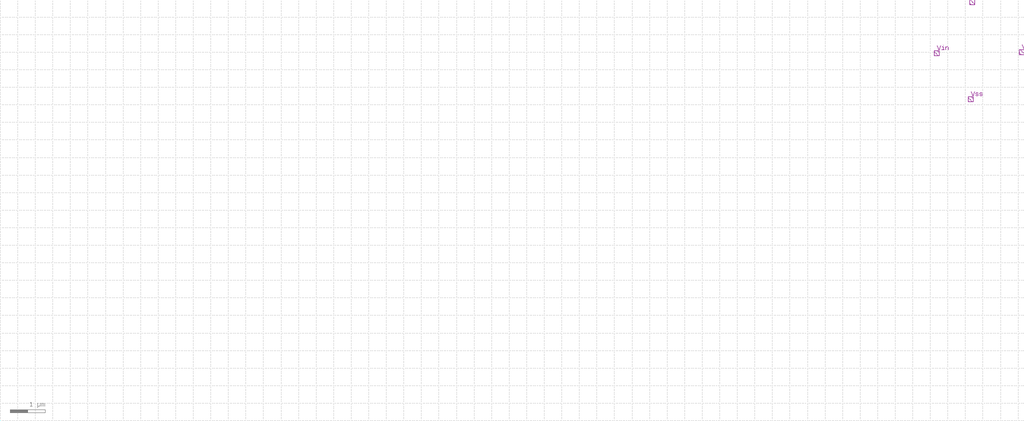
<source format=lef>
VERSION 5.8 ;
BUSBITCHARS "[]" ;
DIVIDERCHAR "/" ;

PROPERTYDEFINITIONS
  MACRO CatenaDesignType STRING ;
  MACRO lastSavedExtractCounter INTEGER ;
  LAYER LEF58_TYPE STRING ;
  LAYER LEF58_SPACING STRING ;
  LAYER LEF58_WIDTH STRING ;
END PROPERTYDEFINITIONS

UNITS
  TIME NANOSECONDS 1 ;
  CAPACITANCE PICOFARADS 1 ;
  RESISTANCE OHMS 1 ;
  DATABASE MICRONS 1000 ;
END UNITS
MANUFACTURINGGRID 0.005 ;
LAYER OVERLAP
  TYPE OVERLAP ;
END OVERLAP

LAYER dnwell
  TYPE MASTERSLICE ;
END dnwell

LAYER pwell
  TYPE MASTERSLICE ;
  PROPERTY LEF58_TYPE "TYPE PWELL ;" ;
END pwell

LAYER nwell
  TYPE MASTERSLICE ;
  PROPERTY LEF58_TYPE "TYPE NWELL ;" ;
  PROPERTY LEF58_SPACING "SPACING 1.27 ;" ;
  PROPERTY LEF58_WIDTH "WIDTH 0.84 ;" ;
END nwell

LAYER diff
  TYPE MASTERSLICE ;
  PROPERTY LEF58_TYPE "TYPE DIFFUSION ;" ;
  PROPERTY LEF58_SPACING "SPACING 0.27 ;" ;
  PROPERTY LEF58_WIDTH "WIDTH 0.15 ;" ;
END diff

LAYER tap
  TYPE MASTERSLICE ;
  PROPERTY LEF58_TYPE "TYPE DIFFUSION ;" ;
  PROPERTY LEF58_SPACING "SPACING 0.27 ;" ;
  PROPERTY LEF58_WIDTH "WIDTH 0.15 ;" ;
END tap

LAYER nsdm
  TYPE IMPLANT ;
  WIDTH 0.38 ;
  SPACING 0.38 ;
  AREA 0.265 ;
END nsdm

LAYER psdm
  TYPE IMPLANT ;
  WIDTH 0.38 ;
  SPACING 0.38 ;
  AREA 0.255 ;
END psdm

LAYER poly
  TYPE MASTERSLICE ;
END poly

LAYER npc
  TYPE CUT ;
  SPACING 0.27 ;
  WIDTH 0.27 ;
  ANTENNAMODEL OXIDE1 ;
END npc

LAYER licon1
  TYPE MASTERSLICE ;
  PROPERTY LEF58_TYPE "TYPE MEOL ;" ;
END licon1

LAYER li1
  TYPE ROUTING ;
  DIRECTION HORIZONTAL ;
  WIDTH 0.17 ;
  AREA 0.056 ;
  SPACING 0.17 ;
  SPACING 0.17 SAMENET ;
  RESISTANCE RPERSQ 12.2 ;
  CAPACITANCE CPERSQDIST 3.69e-05 ;
  THICKNESS 0.1 ;
  EDGECAPACITANCE 3.26e-06 ;
  ANTENNAMODEL OXIDE1 ;
    ANTENNASIDEAREARATIO 75 ;
    ANTENNADIFFSIDEAREARATIO PWL ( ( 0 75 ) ( 0.0125 75 ) ( 0.0225 85.125 ) ( 22.5 10200 ) ) ;
END li1

LAYER mcon
  TYPE CUT ;
  SPACING 0.19 ;
  WIDTH 0.17 ;
  ENCLOSURE BELOW 0 0 ;
  ENCLOSURE ABOVE 0.03 0.06 ;
  ANTENNAMODEL OXIDE1 ;
    ANTENNAAREARATIO 3 ;
    ANTENNADIFFAREARATIO PWL ( ( 0 3 ) ( 0.0125 3 ) ( 0.0225 3.405 ) ( 22.5 408 ) ) ;
  DCCURRENTDENSITY AVERAGE 0.36 ;
END mcon

LAYER met1
  TYPE ROUTING ;
  DIRECTION HORIZONTAL ;
  PITCH 0.28 0.28 ;
  WIDTH 0.14 ;
  OFFSET 0.14 0.14 ;
  AREA 0.083 ;
  SPACING 0.14 ;
  SPACING 0.28 RANGE 3.005 10000 ;
  SPACING 0.14 SAMENET ;
  SPACING 0.28 RANGE 3.005 10000 INFLUENCE 0.28 ;
  MAXWIDTH 4 ;
  MINENCLOSEDAREA 0.14 ;
  RESISTANCE RPERSQ 0.125 ;
  CAPACITANCE CPERSQDIST 2.58e-05 ;
  THICKNESS 0.35 ;
  EDGECAPACITANCE 1.79e-06 ;
  ANTENNAMODEL OXIDE1 ;
    ANTENNASIDEAREARATIO 400 ;
    ANTENNADIFFSIDEAREARATIO PWL ( ( 0 400 ) ( 0.0125 400 ) ( 0.0225 2609 ) ( 22.5 11600 ) ) ;
  ACCURRENTDENSITY RMS 6.1 ;
  DCCURRENTDENSITY AVERAGE 2.8 ;
END met1

LAYER via
  TYPE CUT ;
  SPACING 0.17 ;
  WIDTH 0.15 ;
  ENCLOSURE BELOW 0.055 0.085 ;
  ENCLOSURE ABOVE 0.055 0.085 ;
  ANTENNAMODEL OXIDE1 ;
    ANTENNAAREARATIO 6 ;
    ANTENNADIFFAREARATIO PWL ( ( 0 6 ) ( 0.0125 6 ) ( 0.0225 6.81 ) ( 22.5 816 ) ) ;
  DCCURRENTDENSITY AVERAGE 0.29 ;
END via

LAYER met2
  TYPE ROUTING ;
  DIRECTION VERTICAL ;
  PITCH 0.28 0.28 ;
  WIDTH 0.14 ;
  OFFSET 0.14 0.14 ;
  AREA 0.0676 ;
  SPACING 0.14 ;
  SPACING 0.28 RANGE 3.005 10000 ;
  SPACING 0.14 SAMENET ;
  SPACING 0.28 RANGE 3.005 10000 INFLUENCE 0.28 ;
  MAXWIDTH 4 ;
  MINENCLOSEDAREA 0.14 ;
  RESISTANCE RPERSQ 0.125 ;
  CAPACITANCE CPERSQDIST 1.75e-05 ;
  THICKNESS 0.35 ;
  EDGECAPACITANCE 1.22e-06 ;
  ANTENNAMODEL OXIDE1 ;
    ANTENNASIDEAREARATIO 400 ;
    ANTENNADIFFSIDEAREARATIO PWL ( ( 0 400 ) ( 0.0125 400 ) ( 0.0225 2609 ) ( 22.5 11600 ) ) ;
  ACCURRENTDENSITY RMS 6.1 ;
  DCCURRENTDENSITY AVERAGE 2.8 ;
END met2

LAYER via2
  TYPE CUT ;
  SPACING 0.2 ;
  WIDTH 0.2 ;
  ENCLOSURE BELOW 0.04 0.085 ;
  ENCLOSURE ABOVE 0.065 0.065 ;
  ANTENNAMODEL OXIDE1 ;
    ANTENNAAREARATIO 6 ;
    ANTENNADIFFAREARATIO PWL ( ( 0 6 ) ( 0.0125 6 ) ( 0.0225 6.81 ) ( 22.5 816 ) ) ;
  DCCURRENTDENSITY AVERAGE 0.48 ;
END via2

LAYER met3
  TYPE ROUTING ;
  DIRECTION HORIZONTAL ;
  PITCH 0.6 0.6 ;
  WIDTH 0.3 ;
  OFFSET 0.3 0.3 ;
  AREA 0.24 ;
  SPACING 0.3 ;
  SPACING 0.4 RANGE 3.005 10000 ;
  SPACING 0.3 SAMENET ;
  SPACING 0.4 RANGE 3.005 10000 INFLUENCE 0.4 ;
  MAXWIDTH 4 ;
  MINENCLOSEDAREA 0.2 ;
  RESISTANCE RPERSQ 0.047 ;
  CAPACITANCE CPERSQDIST 1.26e-05 ;
  THICKNESS 0.8 ;
  EDGECAPACITANCE 1.86e-06 ;
  ANTENNAMODEL OXIDE1 ;
    ANTENNASIDEAREARATIO 400 ;
    ANTENNADIFFSIDEAREARATIO PWL ( ( 0 400 ) ( 0.0125 400 ) ( 0.0225 2609 ) ( 22.5 11600 ) ) ;
  ACCURRENTDENSITY RMS 14.9 ;
  DCCURRENTDENSITY AVERAGE 6.8 ;
END met3

LAYER via3
  TYPE CUT ;
  SPACING 0.2 ;
  WIDTH 0.2 ;
  ENCLOSURE BELOW 0.06 0.09 ;
  ENCLOSURE ABOVE 0.065 0.065 ;
  ANTENNAMODEL OXIDE1 ;
    ANTENNAAREARATIO 6 ;
    ANTENNADIFFAREARATIO PWL ( ( 0 6 ) ( 0.0125 6 ) ( 0.0225 6.81 ) ( 22.5 816 ) ) ;
  DCCURRENTDENSITY AVERAGE 0.48 ;
END via3

LAYER met4
  TYPE ROUTING ;
  DIRECTION VERTICAL ;
  PITCH 0.6 0.6 ;
  WIDTH 0.3 ;
  OFFSET 0.3 0.3 ;
  AREA 0.24 ;
  SPACING 0.3 ;
  SPACING 0.4 RANGE 3.005 10000 ;
  SPACING 0.3 SAMENET ;
  SPACING 0.4 RANGE 3.005 10000 INFLUENCE 0.4 ;
  MAXWIDTH 10 ;
  MINENCLOSEDAREA 0.2 ;
  RESISTANCE RPERSQ 0.047 ;
  CAPACITANCE CPERSQDIST 8.67e-06 ;
  THICKNESS 0.8 ;
  EDGECAPACITANCE 1.29e-06 ;
  ANTENNAMODEL OXIDE1 ;
    ANTENNASIDEAREARATIO 400 ;
    ANTENNADIFFSIDEAREARATIO PWL ( ( 0 400 ) ( 0.0125 400 ) ( 0.0225 2609 ) ( 22.5 11600 ) ) ;
  ACCURRENTDENSITY RMS 14.9 ;
  DCCURRENTDENSITY AVERAGE 6.8 ;
END met4

LAYER via4
  TYPE CUT ;
  SPACING 0.8 ;
  WIDTH 0.8 ;
  ENCLOSURE BELOW 0.19 0.19 ;
  ENCLOSURE ABOVE 0.31 0.31 ;
  ANTENNAMODEL OXIDE1 ;
    ANTENNAAREARATIO 6 ;
    ANTENNADIFFAREARATIO PWL ( ( 0 6 ) ( 0.0125 6 ) ( 0.0225 6.81 ) ( 22.5 816 ) ) ;
  DCCURRENTDENSITY AVERAGE 2.49 ;
END via4

LAYER met5
  TYPE ROUTING ;
  DIRECTION HORIZONTAL ;
  PITCH 3.2 3.2 ;
  WIDTH 1.6 ;
  OFFSET 1.6 1.6 ;
  AREA 4 ;
  SPACING 1.6 ;
  SPACING 1.6 SAMENET ;
  RESISTANCE RPERSQ 0.0285 ;
  CAPACITANCE CPERSQDIST 6.48e-06 ;
  THICKNESS 1.2 ;
  EDGECAPACITANCE 4.96e-06 ;
  ANTENNAMODEL OXIDE1 ;
    ANTENNASIDEAREARATIO 400 ;
    ANTENNADIFFSIDEAREARATIO PWL ( ( 0 400 ) ( 0.0125 400 ) ( 0.0225 2609 ) ( 22.5 11600 ) ) ;
  ACCURRENTDENSITY RMS 22.34 ;
  DCCURRENTDENSITY AVERAGE 10.17 ;
END met5

LAYER rdl
  TYPE ROUTING ;
  DIRECTION HORIZONTAL ;
  WIDTH 10 ;
  SPACING 10 ;
  RESISTANCE RPERSQ 0.005 ;
  CAPACITANCE CPERSQDIST 2.66e-06 ;
  THICKNESS 2 ;
  EDGECAPACITANCE 6.2e-06 ;
  ANTENNAMODEL OXIDE1 ;
END rdl

VIARULE M4M5_C GENERATE DEFAULT
  LAYER met5 ;
    ENCLOSURE 0.31 0.31 ;
  LAYER met4 ;
    ENCLOSURE 0.19 0.19 ;
  LAYER via4 ;
    RECT -0.4 -0.4 0.4 0.4 ;
    SPACING 1.6 BY 1.6 ;
    RESISTANCE 0.380000 ;
END M4M5_C

VIARULE M3M4_C GENERATE DEFAULT
  LAYER met4 ;
    ENCLOSURE 0.065 0.065 ;
  LAYER met3 ;
    ENCLOSURE 0.06 0.09 ;
  LAYER via3 ;
    RECT -0.1 -0.1 0.1 0.1 ;
    SPACING 0.4 BY 0.4 ;
    RESISTANCE 3.410000 ;
END M3M4_C

VIARULE M2M3_C GENERATE DEFAULT
  LAYER met3 ;
    ENCLOSURE 0.065 0.065 ;
  LAYER met2 ;
    ENCLOSURE 0.04 0.085 ;
  LAYER via2 ;
    RECT -0.1 -0.1 0.1 0.1 ;
    SPACING 0.4 BY 0.4 ;
    RESISTANCE 3.410000 ;
END M2M3_C

VIARULE M1M2_C GENERATE DEFAULT
  LAYER met2 ;
    ENCLOSURE 0.055 0.085 ;
  LAYER met1 ;
    ENCLOSURE 0.055 0.085 ;
  LAYER via ;
    RECT -0.075 -0.075 0.075 0.075 ;
    SPACING 0.32 BY 0.32 ;
    RESISTANCE 4.500000 ;
END M1M2_C

VIARULE L1M1_C GENERATE DEFAULT
  LAYER met1 ;
    ENCLOSURE 0.03 0.06 ;
  LAYER li1 ;
    ENCLOSURE 0 0.08 ;
  LAYER mcon ;
    RECT -0.085 -0.085 0.085 0.085 ;
    SPACING 0.36 BY 0.36 ;
    RESISTANCE 9.300000 ;
END L1M1_C

VIA L1M1_C_0
  VIARULE L1M1_C ;
  CUTSIZE 0.17 0.17 ;
  LAYERS li1 mcon met1 ;
  CUTSPACING 0.19 0.19 ;
  ENCLOSURE 0 0.08 0.03 0.06 ;
  ROWCOL 1 1 ;
END L1M1_C_0

VIA L1M1_C_1
  VIARULE L1M1_C ;
  CUTSIZE 0.17 0.17 ;
  LAYERS li1 mcon met1 ;
  CUTSPACING 0.19 0.19 ;
  ENCLOSURE 0 0.08 0.03 0.06 ;
  ROWCOL 1 1 ;
END L1M1_C_1

VIA M3M4_C_2
  VIARULE M3M4_C ;
  CUTSIZE 0.2 0.2 ;
  LAYERS met3 via3 met4 ;
  CUTSPACING 0.2 0.2 ;
  ENCLOSURE 0.06 0.09 0.065 0.065 ;
  ROWCOL 1 1 ;
END M3M4_C_2

VIA M1M2_C_3
  VIARULE M1M2_C ;
  CUTSIZE 0.15 0.15 ;
  LAYERS met1 via met2 ;
  CUTSPACING 0.17 0.17 ;
  ENCLOSURE 0.055 0.085 0.055 0.085 ;
  ROWCOL 1 1 ;
END M1M2_C_3

VIA M2M3_C_4
  VIARULE M2M3_C ;
  CUTSIZE 0.2 0.2 ;
  LAYERS met2 via2 met3 ;
  CUTSPACING 0.2 0.2 ;
  ENCLOSURE 0.04 0.085 0.065 0.065 ;
  ROWCOL 1 1 ;
END M2M3_C_4

VIA M2M3_C_5
  VIARULE M2M3_C ;
  CUTSIZE 0.2 0.2 ;
  LAYERS met2 via2 met3 ;
  CUTSPACING 0.2 0.2 ;
  ENCLOSURE 0.2 0.085 0.26 0.09 ;
  ROWCOL 1 3 ;
END M2M3_C_5

VIA M3M4_C_6
  VIARULE M3M4_C ;
  CUTSIZE 0.2 0.2 ;
  LAYERS met3 via3 met4 ;
  CUTSPACING 0.2 0.2 ;
  ENCLOSURE 0.06 0.09 0.065 0.065 ;
  ROWCOL 1 4 ;
END M3M4_C_6

VIA M1M2_C_7
  VIARULE M1M2_C ;
  CUTSIZE 0.15 0.15 ;
  LAYERS met1 via met2 ;
  CUTSPACING 0.17 0.17 ;
  ENCLOSURE 0.145 0.11 0.145 0.11 ;
  ROWCOL 1 4 ;
END M1M2_C_7

VIA M3M4_C_8
  VIARULE M3M4_C ;
  CUTSIZE 0.2 0.2 ;
  LAYERS met3 via3 met4 ;
  CUTSPACING 0.2 0.2 ;
  ENCLOSURE 0.06 0.09 0.065 0.065 ;
  ROWCOL 4 1 ;
END M3M4_C_8

VIA M2M3_C_9
  VIARULE M2M3_C ;
  CUTSIZE 0.2 0.2 ;
  LAYERS met2 via2 met3 ;
  CUTSPACING 0.2 0.2 ;
  ENCLOSURE 0.04 0.085 0.065 0.09 ;
  ROWCOL 4 1 ;
END M2M3_C_9

VIA M1M2_C_10
  VIARULE M1M2_C ;
  CUTSIZE 0.15 0.15 ;
  LAYERS met1 via met2 ;
  CUTSPACING 0.17 0.17 ;
  ENCLOSURE 0.065 0.23 0.065 0.23 ;
  ROWCOL 4 1 ;
END M1M2_C_10

MACRO tt_um_inverter
  PIN Vin
    DIRECTION INPUT ;
    USE SIGNAL ;
    PORT
      LAYER met1 ;
        RECT 26.61 10.4 26.75 10.54 ;
    END
  END Vin
  PIN Vout
    DIRECTION OUTPUT ;
    USE SIGNAL ;
    PORT
      LAYER met1 ;
        RECT 29.035 10.425 29.175 10.565 ;
    END
  END Vout
  PIN Vdd
    DIRECTION INOUT ;
    USE POWER ;
    PORT
      LAYER met1 ;
        RECT 27.625 11.855 27.765 11.995 ;
    END
  END Vdd
  PIN Vss
    DIRECTION INOUT ;
    USE GROUND ;
    PORT
      LAYER met1 ;
        RECT 27.58 9.085 27.72 9.225 ;
    END
  END Vss
  PROPERTY CatenaDesignType "deviceLevel" ;
  PROPERTY lastSavedExtractCounter 194 ;
END tt_um_inverter

END LIBRARY

</source>
